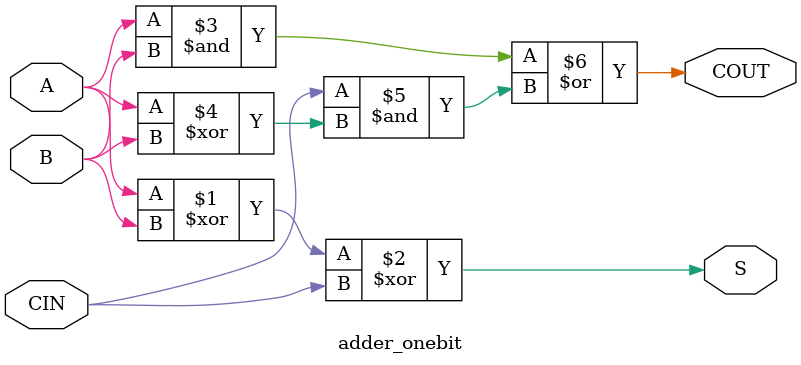
<source format=sv>
module adder_onebit (
	input logic A,
	input logic  B,
	input logic  CIN,
	output logic  S,
	output logic  COUT
	);
	
	assign S = (A ^ B) ^ CIN;
	assign COUT = (A & B) | (CIN & (A ^ B));

endmodule : adder_onebit


</source>
